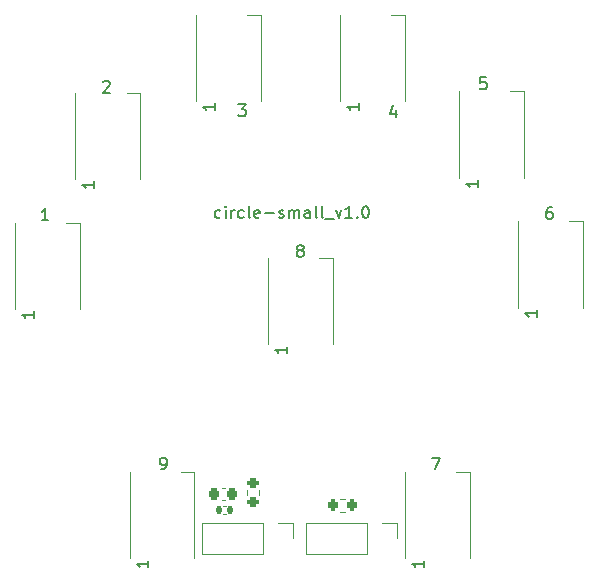
<source format=gto>
%TF.GenerationSoftware,KiCad,Pcbnew,6.0.4-6f826c9f35~116~ubuntu20.04.1*%
%TF.CreationDate,2022-04-29T21:51:39-06:00*%
%TF.ProjectId,circle-small,63697263-6c65-42d7-936d-616c6c2e6b69,rev?*%
%TF.SameCoordinates,Original*%
%TF.FileFunction,Legend,Top*%
%TF.FilePolarity,Positive*%
%FSLAX46Y46*%
G04 Gerber Fmt 4.6, Leading zero omitted, Abs format (unit mm)*
G04 Created by KiCad (PCBNEW 6.0.4-6f826c9f35~116~ubuntu20.04.1) date 2022-04-29 21:51:39*
%MOMM*%
%LPD*%
G01*
G04 APERTURE LIST*
G04 Aperture macros list*
%AMRoundRect*
0 Rectangle with rounded corners*
0 $1 Rounding radius*
0 $2 $3 $4 $5 $6 $7 $8 $9 X,Y pos of 4 corners*
0 Add a 4 corners polygon primitive as box body*
4,1,4,$2,$3,$4,$5,$6,$7,$8,$9,$2,$3,0*
0 Add four circle primitives for the rounded corners*
1,1,$1+$1,$2,$3*
1,1,$1+$1,$4,$5*
1,1,$1+$1,$6,$7*
1,1,$1+$1,$8,$9*
0 Add four rect primitives between the rounded corners*
20,1,$1+$1,$2,$3,$4,$5,0*
20,1,$1+$1,$4,$5,$6,$7,0*
20,1,$1+$1,$6,$7,$8,$9,0*
20,1,$1+$1,$8,$9,$2,$3,0*%
G04 Aperture macros list end*
%ADD10C,0.150000*%
%ADD11C,0.120000*%
%ADD12R,1.000000X1.500000*%
%ADD13RoundRect,0.200000X-0.200000X-0.275000X0.200000X-0.275000X0.200000X0.275000X-0.200000X0.275000X0*%
%ADD14R,1.700000X1.700000*%
%ADD15O,1.700000X1.700000*%
%ADD16RoundRect,0.225000X-0.225000X-0.250000X0.225000X-0.250000X0.225000X0.250000X-0.225000X0.250000X0*%
%ADD17RoundRect,0.200000X0.275000X-0.200000X0.275000X0.200000X-0.275000X0.200000X-0.275000X-0.200000X0*%
%ADD18C,3.200000*%
%ADD19RoundRect,0.140000X-0.140000X-0.170000X0.140000X-0.170000X0.140000X0.170000X-0.140000X0.170000X0*%
G04 APERTURE END LIST*
D10*
X36314285Y-30347619D02*
X36361904Y-30300000D01*
X36457142Y-30252380D01*
X36695238Y-30252380D01*
X36790476Y-30300000D01*
X36838095Y-30347619D01*
X36885714Y-30442857D01*
X36885714Y-30538095D01*
X36838095Y-30680952D01*
X36266666Y-31252380D01*
X36885714Y-31252380D01*
X64166666Y-62152380D02*
X64833333Y-62152380D01*
X64404761Y-63152380D01*
X61090476Y-32685714D02*
X61090476Y-33352380D01*
X60852380Y-32304761D02*
X60614285Y-33019047D01*
X61233333Y-33019047D01*
X68738095Y-29952380D02*
X68261904Y-29952380D01*
X68214285Y-30428571D01*
X68261904Y-30380952D01*
X68357142Y-30333333D01*
X68595238Y-30333333D01*
X68690476Y-30380952D01*
X68738095Y-30428571D01*
X68785714Y-30523809D01*
X68785714Y-30761904D01*
X68738095Y-30857142D01*
X68690476Y-30904761D01*
X68595238Y-30952380D01*
X68357142Y-30952380D01*
X68261904Y-30904761D01*
X68214285Y-30857142D01*
X52904761Y-44580952D02*
X52809523Y-44533333D01*
X52761904Y-44485714D01*
X52714285Y-44390476D01*
X52714285Y-44342857D01*
X52761904Y-44247619D01*
X52809523Y-44200000D01*
X52904761Y-44152380D01*
X53095238Y-44152380D01*
X53190476Y-44200000D01*
X53238095Y-44247619D01*
X53285714Y-44342857D01*
X53285714Y-44390476D01*
X53238095Y-44485714D01*
X53190476Y-44533333D01*
X53095238Y-44580952D01*
X52904761Y-44580952D01*
X52809523Y-44628571D01*
X52761904Y-44676190D01*
X52714285Y-44771428D01*
X52714285Y-44961904D01*
X52761904Y-45057142D01*
X52809523Y-45104761D01*
X52904761Y-45152380D01*
X53095238Y-45152380D01*
X53190476Y-45104761D01*
X53238095Y-45057142D01*
X53285714Y-44961904D01*
X53285714Y-44771428D01*
X53238095Y-44676190D01*
X53190476Y-44628571D01*
X53095238Y-44580952D01*
X46252380Y-41804761D02*
X46157142Y-41852380D01*
X45966666Y-41852380D01*
X45871428Y-41804761D01*
X45823809Y-41757142D01*
X45776190Y-41661904D01*
X45776190Y-41376190D01*
X45823809Y-41280952D01*
X45871428Y-41233333D01*
X45966666Y-41185714D01*
X46157142Y-41185714D01*
X46252380Y-41233333D01*
X46680952Y-41852380D02*
X46680952Y-41185714D01*
X46680952Y-40852380D02*
X46633333Y-40900000D01*
X46680952Y-40947619D01*
X46728571Y-40900000D01*
X46680952Y-40852380D01*
X46680952Y-40947619D01*
X47157142Y-41852380D02*
X47157142Y-41185714D01*
X47157142Y-41376190D02*
X47204761Y-41280952D01*
X47252380Y-41233333D01*
X47347619Y-41185714D01*
X47442857Y-41185714D01*
X48204761Y-41804761D02*
X48109523Y-41852380D01*
X47919047Y-41852380D01*
X47823809Y-41804761D01*
X47776190Y-41757142D01*
X47728571Y-41661904D01*
X47728571Y-41376190D01*
X47776190Y-41280952D01*
X47823809Y-41233333D01*
X47919047Y-41185714D01*
X48109523Y-41185714D01*
X48204761Y-41233333D01*
X48776190Y-41852380D02*
X48680952Y-41804761D01*
X48633333Y-41709523D01*
X48633333Y-40852380D01*
X49538095Y-41804761D02*
X49442857Y-41852380D01*
X49252380Y-41852380D01*
X49157142Y-41804761D01*
X49109523Y-41709523D01*
X49109523Y-41328571D01*
X49157142Y-41233333D01*
X49252380Y-41185714D01*
X49442857Y-41185714D01*
X49538095Y-41233333D01*
X49585714Y-41328571D01*
X49585714Y-41423809D01*
X49109523Y-41519047D01*
X50014285Y-41471428D02*
X50776190Y-41471428D01*
X51204761Y-41804761D02*
X51300000Y-41852380D01*
X51490476Y-41852380D01*
X51585714Y-41804761D01*
X51633333Y-41709523D01*
X51633333Y-41661904D01*
X51585714Y-41566666D01*
X51490476Y-41519047D01*
X51347619Y-41519047D01*
X51252380Y-41471428D01*
X51204761Y-41376190D01*
X51204761Y-41328571D01*
X51252380Y-41233333D01*
X51347619Y-41185714D01*
X51490476Y-41185714D01*
X51585714Y-41233333D01*
X52061904Y-41852380D02*
X52061904Y-41185714D01*
X52061904Y-41280952D02*
X52109523Y-41233333D01*
X52204761Y-41185714D01*
X52347619Y-41185714D01*
X52442857Y-41233333D01*
X52490476Y-41328571D01*
X52490476Y-41852380D01*
X52490476Y-41328571D02*
X52538095Y-41233333D01*
X52633333Y-41185714D01*
X52776190Y-41185714D01*
X52871428Y-41233333D01*
X52919047Y-41328571D01*
X52919047Y-41852380D01*
X53823809Y-41852380D02*
X53823809Y-41328571D01*
X53776190Y-41233333D01*
X53680952Y-41185714D01*
X53490476Y-41185714D01*
X53395238Y-41233333D01*
X53823809Y-41804761D02*
X53728571Y-41852380D01*
X53490476Y-41852380D01*
X53395238Y-41804761D01*
X53347619Y-41709523D01*
X53347619Y-41614285D01*
X53395238Y-41519047D01*
X53490476Y-41471428D01*
X53728571Y-41471428D01*
X53823809Y-41423809D01*
X54442857Y-41852380D02*
X54347619Y-41804761D01*
X54300000Y-41709523D01*
X54300000Y-40852380D01*
X54966666Y-41852380D02*
X54871428Y-41804761D01*
X54823809Y-41709523D01*
X54823809Y-40852380D01*
X55109523Y-41947619D02*
X55871428Y-41947619D01*
X56014285Y-41185714D02*
X56252380Y-41852380D01*
X56490476Y-41185714D01*
X57395238Y-41852380D02*
X56823809Y-41852380D01*
X57109523Y-41852380D02*
X57109523Y-40852380D01*
X57014285Y-40995238D01*
X56919047Y-41090476D01*
X56823809Y-41138095D01*
X57823809Y-41757142D02*
X57871428Y-41804761D01*
X57823809Y-41852380D01*
X57776190Y-41804761D01*
X57823809Y-41757142D01*
X57823809Y-41852380D01*
X58490476Y-40852380D02*
X58585714Y-40852380D01*
X58680952Y-40900000D01*
X58728571Y-40947619D01*
X58776190Y-41042857D01*
X58823809Y-41233333D01*
X58823809Y-41471428D01*
X58776190Y-41661904D01*
X58728571Y-41757142D01*
X58680952Y-41804761D01*
X58585714Y-41852380D01*
X58490476Y-41852380D01*
X58395238Y-41804761D01*
X58347619Y-41757142D01*
X58300000Y-41661904D01*
X58252380Y-41471428D01*
X58252380Y-41233333D01*
X58300000Y-41042857D01*
X58347619Y-40947619D01*
X58395238Y-40900000D01*
X58490476Y-40852380D01*
X74290476Y-40952380D02*
X74100000Y-40952380D01*
X74004761Y-41000000D01*
X73957142Y-41047619D01*
X73861904Y-41190476D01*
X73814285Y-41380952D01*
X73814285Y-41761904D01*
X73861904Y-41857142D01*
X73909523Y-41904761D01*
X74004761Y-41952380D01*
X74195238Y-41952380D01*
X74290476Y-41904761D01*
X74338095Y-41857142D01*
X74385714Y-41761904D01*
X74385714Y-41523809D01*
X74338095Y-41428571D01*
X74290476Y-41380952D01*
X74195238Y-41333333D01*
X74004761Y-41333333D01*
X73909523Y-41380952D01*
X73861904Y-41428571D01*
X73814285Y-41523809D01*
X41209523Y-63152380D02*
X41400000Y-63152380D01*
X41495238Y-63104761D01*
X41542857Y-63057142D01*
X41638095Y-62914285D01*
X41685714Y-62723809D01*
X41685714Y-62342857D01*
X41638095Y-62247619D01*
X41590476Y-62200000D01*
X41495238Y-62152380D01*
X41304761Y-62152380D01*
X41209523Y-62200000D01*
X41161904Y-62247619D01*
X41114285Y-62342857D01*
X41114285Y-62580952D01*
X41161904Y-62676190D01*
X41209523Y-62723809D01*
X41304761Y-62771428D01*
X41495238Y-62771428D01*
X41590476Y-62723809D01*
X41638095Y-62676190D01*
X41685714Y-62580952D01*
X31685714Y-42052380D02*
X31114285Y-42052380D01*
X31400000Y-42052380D02*
X31400000Y-41052380D01*
X31304761Y-41195238D01*
X31209523Y-41290476D01*
X31114285Y-41338095D01*
X47766666Y-32252380D02*
X48385714Y-32252380D01*
X48052380Y-32633333D01*
X48195238Y-32633333D01*
X48290476Y-32680952D01*
X48338095Y-32728571D01*
X48385714Y-32823809D01*
X48385714Y-33061904D01*
X48338095Y-33157142D01*
X48290476Y-33204761D01*
X48195238Y-33252380D01*
X47909523Y-33252380D01*
X47814285Y-33204761D01*
X47766666Y-33157142D01*
%TO.C,D1*%
X30452380Y-49764285D02*
X30452380Y-50335714D01*
X30452380Y-50050000D02*
X29452380Y-50050000D01*
X29595238Y-50145238D01*
X29690476Y-50240476D01*
X29738095Y-50335714D01*
%TO.C,D7*%
X63452380Y-70864285D02*
X63452380Y-71435714D01*
X63452380Y-71150000D02*
X62452380Y-71150000D01*
X62595238Y-71245238D01*
X62690476Y-71340476D01*
X62738095Y-71435714D01*
%TO.C,D9*%
X40152380Y-70864285D02*
X40152380Y-71435714D01*
X40152380Y-71150000D02*
X39152380Y-71150000D01*
X39295238Y-71245238D01*
X39390476Y-71340476D01*
X39438095Y-71435714D01*
%TO.C,D8*%
X51852380Y-52764285D02*
X51852380Y-53335714D01*
X51852380Y-53050000D02*
X50852380Y-53050000D01*
X50995238Y-53145238D01*
X51090476Y-53240476D01*
X51138095Y-53335714D01*
%TO.C,D6*%
X73052380Y-49664285D02*
X73052380Y-50235714D01*
X73052380Y-49950000D02*
X72052380Y-49950000D01*
X72195238Y-50045238D01*
X72290476Y-50140476D01*
X72338095Y-50235714D01*
%TO.C,D2*%
X35552380Y-38764285D02*
X35552380Y-39335714D01*
X35552380Y-39050000D02*
X34552380Y-39050000D01*
X34695238Y-39145238D01*
X34790476Y-39240476D01*
X34838095Y-39335714D01*
%TO.C,D3*%
X45752380Y-32164285D02*
X45752380Y-32735714D01*
X45752380Y-32450000D02*
X44752380Y-32450000D01*
X44895238Y-32545238D01*
X44990476Y-32640476D01*
X45038095Y-32735714D01*
%TO.C,D4*%
X57952380Y-32164285D02*
X57952380Y-32735714D01*
X57952380Y-32450000D02*
X56952380Y-32450000D01*
X57095238Y-32545238D01*
X57190476Y-32640476D01*
X57238095Y-32735714D01*
%TO.C,D5*%
X68052380Y-38664285D02*
X68052380Y-39235714D01*
X68052380Y-38950000D02*
X67052380Y-38950000D01*
X67195238Y-39045238D01*
X67290476Y-39140476D01*
X67338095Y-39235714D01*
D11*
%TO.C,D1*%
X28850000Y-49550000D02*
X28850000Y-42250000D01*
X34350000Y-42250000D02*
X33200000Y-42250000D01*
X34350000Y-49550000D02*
X34350000Y-42250000D01*
%TO.C,D7*%
X67350000Y-70650000D02*
X67350000Y-63350000D01*
X61850000Y-70650000D02*
X61850000Y-63350000D01*
X67350000Y-63350000D02*
X66200000Y-63350000D01*
%TO.C,D9*%
X44050000Y-70650000D02*
X44050000Y-63350000D01*
X38550000Y-70650000D02*
X38550000Y-63350000D01*
X44050000Y-63350000D02*
X42900000Y-63350000D01*
%TO.C,D8*%
X50250000Y-52550000D02*
X50250000Y-45250000D01*
X55750000Y-45250000D02*
X54600000Y-45250000D01*
X55750000Y-52550000D02*
X55750000Y-45250000D01*
%TO.C,D6*%
X71450000Y-49450000D02*
X71450000Y-42150000D01*
X76950000Y-42150000D02*
X75800000Y-42150000D01*
X76950000Y-49450000D02*
X76950000Y-42150000D01*
%TO.C,R2*%
X56337742Y-65677500D02*
X56812258Y-65677500D01*
X56337742Y-66722500D02*
X56812258Y-66722500D01*
%TO.C,D2*%
X39450000Y-31250000D02*
X38300000Y-31250000D01*
X39450000Y-38550000D02*
X39450000Y-31250000D01*
X33950000Y-38550000D02*
X33950000Y-31250000D01*
%TO.C,J2*%
X58630000Y-67670000D02*
X58630000Y-70330000D01*
X58630000Y-67670000D02*
X53490000Y-67670000D01*
X59900000Y-67670000D02*
X61230000Y-67670000D01*
X61230000Y-67670000D02*
X61230000Y-69000000D01*
X53490000Y-67670000D02*
X53490000Y-70330000D01*
X58630000Y-70330000D02*
X53490000Y-70330000D01*
%TO.C,C1*%
X46344420Y-65710000D02*
X46625580Y-65710000D01*
X46344420Y-64690000D02*
X46625580Y-64690000D01*
%TO.C,R1*%
X48462500Y-65337258D02*
X48462500Y-64862742D01*
X49507500Y-65337258D02*
X49507500Y-64862742D01*
%TO.C,D3*%
X49650000Y-24650000D02*
X48500000Y-24650000D01*
X44150000Y-31950000D02*
X44150000Y-24650000D01*
X49650000Y-31950000D02*
X49650000Y-24650000D01*
%TO.C,C2*%
X46477164Y-66960000D02*
X46692836Y-66960000D01*
X46477164Y-66240000D02*
X46692836Y-66240000D01*
%TO.C,D4*%
X61850000Y-31950000D02*
X61850000Y-24650000D01*
X56350000Y-31950000D02*
X56350000Y-24650000D01*
X61850000Y-24650000D02*
X60700000Y-24650000D01*
%TO.C,J1*%
X49830000Y-67670000D02*
X44690000Y-67670000D01*
X51100000Y-67670000D02*
X52430000Y-67670000D01*
X49830000Y-70330000D02*
X44690000Y-70330000D01*
X44690000Y-67670000D02*
X44690000Y-70330000D01*
X49830000Y-67670000D02*
X49830000Y-70330000D01*
X52430000Y-67670000D02*
X52430000Y-69000000D01*
%TO.C,D5*%
X71950000Y-38450000D02*
X71950000Y-31150000D01*
X66450000Y-38450000D02*
X66450000Y-31150000D01*
X71950000Y-31150000D02*
X70800000Y-31150000D01*
%TD*%
%LPC*%
D12*
%TO.C,D1*%
X30000000Y-48350000D03*
X33200000Y-48350000D03*
X33200000Y-43450000D03*
X30000000Y-43450000D03*
%TD*%
%TO.C,D7*%
X63000000Y-69450000D03*
X66200000Y-69450000D03*
X66200000Y-64550000D03*
X63000000Y-64550000D03*
%TD*%
%TO.C,D9*%
X39700000Y-69450000D03*
X42900000Y-69450000D03*
X42900000Y-64550000D03*
X39700000Y-64550000D03*
%TD*%
%TO.C,D8*%
X51400000Y-51350000D03*
X54600000Y-51350000D03*
X54600000Y-46450000D03*
X51400000Y-46450000D03*
%TD*%
%TO.C,D6*%
X72600000Y-48250000D03*
X75800000Y-48250000D03*
X75800000Y-43350000D03*
X72600000Y-43350000D03*
%TD*%
D13*
%TO.C,R2*%
X55750000Y-66200000D03*
X57400000Y-66200000D03*
%TD*%
D12*
%TO.C,D2*%
X35100000Y-37350000D03*
X38300000Y-37350000D03*
X38300000Y-32450000D03*
X35100000Y-32450000D03*
%TD*%
D14*
%TO.C,J2*%
X59900000Y-69000000D03*
D15*
X57360000Y-69000000D03*
X54820000Y-69000000D03*
%TD*%
D16*
%TO.C,C1*%
X45710000Y-65200000D03*
X47260000Y-65200000D03*
%TD*%
D17*
%TO.C,R1*%
X48985000Y-65925000D03*
X48985000Y-64275000D03*
%TD*%
D18*
%TO.C,H1*%
X53100000Y-60500000D03*
%TD*%
%TO.C,H3*%
X39100000Y-44000000D03*
%TD*%
D12*
%TO.C,D3*%
X45300000Y-30750000D03*
X48500000Y-30750000D03*
X48500000Y-25850000D03*
X45300000Y-25850000D03*
%TD*%
D19*
%TO.C,C2*%
X46105000Y-66600000D03*
X47065000Y-66600000D03*
%TD*%
D12*
%TO.C,D4*%
X57500000Y-30750000D03*
X60700000Y-30750000D03*
X60700000Y-25850000D03*
X57500000Y-25850000D03*
%TD*%
D14*
%TO.C,J1*%
X51100000Y-69000000D03*
D15*
X48560000Y-69000000D03*
X46020000Y-69000000D03*
%TD*%
D12*
%TO.C,D5*%
X67600000Y-37250000D03*
X70800000Y-37250000D03*
X70800000Y-32350000D03*
X67600000Y-32350000D03*
%TD*%
D18*
%TO.C,H2*%
X66800000Y-44000000D03*
%TD*%
M02*

</source>
